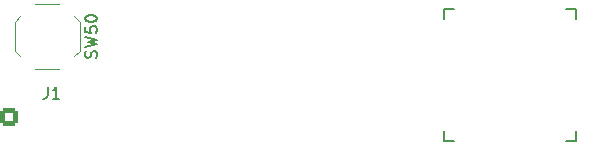
<source format=gto>
G04 #@! TF.GenerationSoftware,KiCad,Pcbnew,(6.0.1)*
G04 #@! TF.CreationDate,2022-02-08T20:19:43+09:00*
G04 #@! TF.ProjectId,PCB_design_try,5043425f-6465-4736-9967-6e5f7472792e,rev?*
G04 #@! TF.SameCoordinates,Original*
G04 #@! TF.FileFunction,Legend,Top*
G04 #@! TF.FilePolarity,Positive*
%FSLAX46Y46*%
G04 Gerber Fmt 4.6, Leading zero omitted, Abs format (unit mm)*
G04 Created by KiCad (PCBNEW (6.0.1)) date 2022-02-08 20:19:43*
%MOMM*%
%LPD*%
G01*
G04 APERTURE LIST*
G04 Aperture macros list*
%AMRoundRect*
0 Rectangle with rounded corners*
0 $1 Rounding radius*
0 $2 $3 $4 $5 $6 $7 $8 $9 X,Y pos of 4 corners*
0 Add a 4 corners polygon primitive as box body*
4,1,4,$2,$3,$4,$5,$6,$7,$8,$9,$2,$3,0*
0 Add four circle primitives for the rounded corners*
1,1,$1+$1,$2,$3*
1,1,$1+$1,$4,$5*
1,1,$1+$1,$6,$7*
1,1,$1+$1,$8,$9*
0 Add four rect primitives between the rounded corners*
20,1,$1+$1,$2,$3,$4,$5,0*
20,1,$1+$1,$4,$5,$6,$7,0*
20,1,$1+$1,$6,$7,$8,$9,0*
20,1,$1+$1,$8,$9,$2,$3,0*%
G04 Aperture macros list end*
%ADD10C,0.150000*%
%ADD11C,0.120000*%
%ADD12C,3.000000*%
%ADD13C,3.987800*%
%ADD14C,1.750000*%
%ADD15C,3.048000*%
%ADD16C,0.650000*%
%ADD17O,0.900000X1.700000*%
%ADD18O,0.900000X2.400000*%
%ADD19R,1.000000X1.700000*%
%ADD20RoundRect,0.250000X-0.550000X-0.550000X0.550000X-0.550000X0.550000X0.550000X-0.550000X0.550000X0*%
%ADD21C,1.600000*%
%ADD22C,2.000000*%
%ADD23R,2.500000X3.200000*%
G04 APERTURE END LIST*
D10*
X238421011Y-25553273D02*
X238468630Y-25410416D01*
X238468630Y-25172321D01*
X238421011Y-25077083D01*
X238373392Y-25029464D01*
X238278154Y-24981845D01*
X238182916Y-24981845D01*
X238087678Y-25029464D01*
X238040059Y-25077083D01*
X237992440Y-25172321D01*
X237944821Y-25362797D01*
X237897202Y-25458035D01*
X237849583Y-25505654D01*
X237754345Y-25553273D01*
X237659107Y-25553273D01*
X237563869Y-25505654D01*
X237516250Y-25458035D01*
X237468630Y-25362797D01*
X237468630Y-25124702D01*
X237516250Y-24981845D01*
X237468630Y-24648511D02*
X238468630Y-24410416D01*
X237754345Y-24219940D01*
X238468630Y-24029464D01*
X237468630Y-23791369D01*
X237468630Y-22934226D02*
X237468630Y-23410416D01*
X237944821Y-23458035D01*
X237897202Y-23410416D01*
X237849583Y-23315178D01*
X237849583Y-23077083D01*
X237897202Y-22981845D01*
X237944821Y-22934226D01*
X238040059Y-22886607D01*
X238278154Y-22886607D01*
X238373392Y-22934226D01*
X238421011Y-22981845D01*
X238468630Y-23077083D01*
X238468630Y-23315178D01*
X238421011Y-23410416D01*
X238373392Y-23458035D01*
X237468630Y-22267559D02*
X237468630Y-22172321D01*
X237516250Y-22077083D01*
X237563869Y-22029464D01*
X237659107Y-21981845D01*
X237849583Y-21934226D01*
X238087678Y-21934226D01*
X238278154Y-21981845D01*
X238373392Y-22029464D01*
X238421011Y-22077083D01*
X238468630Y-22172321D01*
X238468630Y-22267559D01*
X238421011Y-22362797D01*
X238373392Y-22410416D01*
X238278154Y-22458035D01*
X238087678Y-22505654D01*
X237849583Y-22505654D01*
X237659107Y-22458035D01*
X237563869Y-22410416D01*
X237516250Y-22362797D01*
X237468630Y-22267559D01*
X234292916Y-28006130D02*
X234292916Y-28720416D01*
X234245297Y-28863273D01*
X234150059Y-28958511D01*
X234007202Y-29006130D01*
X233911964Y-29006130D01*
X235292916Y-29006130D02*
X234721488Y-29006130D01*
X235007202Y-29006130D02*
X235007202Y-28006130D01*
X234911964Y-28148988D01*
X234816726Y-28244226D01*
X234721488Y-28291845D01*
D11*
X231966250Y-22043750D02*
X231516250Y-22493750D01*
X231516250Y-22493750D02*
X231516250Y-24993750D01*
X231966250Y-25443750D02*
X231516250Y-24993750D01*
X235266250Y-26493750D02*
X233266250Y-26493750D01*
X235266250Y-20993750D02*
X233266250Y-20993750D01*
X236566250Y-22043750D02*
X237016250Y-22493750D01*
X237016250Y-22493750D02*
X237016250Y-24993750D01*
X236566250Y-25443750D02*
X237016250Y-24993750D01*
D10*
X279002500Y-32570000D02*
X279002500Y-31776250D01*
X278208750Y-32570000D02*
X279002500Y-32570000D01*
X267890000Y-32570000D02*
X268683750Y-32570000D01*
X267890000Y-31776250D02*
X267890000Y-32570000D01*
X279002500Y-21457500D02*
X278208750Y-21457500D01*
X279002500Y-22251250D02*
X279002500Y-21457500D01*
X267890000Y-21457500D02*
X268683750Y-21457500D01*
X267890000Y-22251250D02*
X267890000Y-21457500D01*
%LPC*%
D12*
X112215000Y-78228750D03*
D13*
X109675000Y-83308750D03*
D12*
X105865000Y-80768750D03*
D14*
X104595000Y-83308750D03*
X114755000Y-83308750D03*
D15*
X121613000Y-76323750D03*
X97737000Y-76323750D03*
D13*
X121613000Y-91563750D03*
X97737000Y-91563750D03*
D16*
X257375000Y-25456250D03*
X258225000Y-25456250D03*
X259075000Y-25456250D03*
X259925000Y-25456250D03*
X260775000Y-25456250D03*
X261625000Y-25456250D03*
X262475000Y-25456250D03*
X263325000Y-25456250D03*
X263330000Y-24131250D03*
X262480000Y-24131250D03*
X261630000Y-24131250D03*
X260780000Y-24131250D03*
X259930000Y-24131250D03*
X259080000Y-24131250D03*
X258230000Y-24131250D03*
X257375000Y-24131250D03*
D17*
X264675000Y-21096250D03*
D18*
X264675000Y-24476250D03*
X256025000Y-24476250D03*
D17*
X256025000Y-21096250D03*
D19*
X236166250Y-20593750D03*
X236166250Y-26893750D03*
X232366250Y-26893750D03*
X232366250Y-20593750D03*
D20*
X231026250Y-30553750D03*
D21*
X234626250Y-30553750D03*
X238226250Y-30553750D03*
D12*
X159840000Y-78228750D03*
D13*
X157300000Y-83308750D03*
D12*
X153490000Y-80768750D03*
D14*
X152220000Y-83308750D03*
X162380000Y-83308750D03*
D15*
X169238000Y-76323750D03*
X145362000Y-76323750D03*
D13*
X169238000Y-91563750D03*
X145362000Y-91563750D03*
D12*
X147933750Y-21078750D03*
D13*
X145393750Y-26158750D03*
D12*
X141583750Y-23618750D03*
D14*
X140313750Y-26158750D03*
X150473750Y-26158750D03*
D22*
X270946250Y-34513750D03*
X273446250Y-34513750D03*
X275946250Y-34513750D03*
D23*
X267846250Y-27013750D03*
X279046250Y-27013750D03*
D22*
X270946250Y-20013750D03*
X275946250Y-20013750D03*
D12*
X257471250Y-78263750D03*
D13*
X254931250Y-83343750D03*
D12*
X251121250Y-80803750D03*
D14*
X249851250Y-83343750D03*
X260011250Y-83343750D03*
D12*
X257471250Y-59178750D03*
D13*
X254931250Y-64258750D03*
D12*
X251121250Y-61718750D03*
D14*
X249851250Y-64258750D03*
X260011250Y-64258750D03*
X255248750Y-45208750D03*
X245088750Y-45208750D03*
D12*
X246358750Y-42668750D03*
D13*
X250168750Y-45208750D03*
D12*
X252708750Y-40128750D03*
X250327500Y-21078750D03*
D13*
X247787500Y-26158750D03*
D12*
X243977500Y-23618750D03*
D14*
X242707500Y-26158750D03*
X252867500Y-26158750D03*
D12*
X228896250Y-40128750D03*
D13*
X226356250Y-45208750D03*
D12*
X222546250Y-42668750D03*
D14*
X221276250Y-45208750D03*
X231436250Y-45208750D03*
D12*
X216990000Y-78228750D03*
D13*
X214450000Y-83308750D03*
D12*
X210640000Y-80768750D03*
D14*
X209370000Y-83308750D03*
X219530000Y-83308750D03*
D12*
X190796250Y-40128750D03*
D13*
X188256250Y-45208750D03*
D12*
X184446250Y-42668750D03*
D14*
X183176250Y-45208750D03*
X193336250Y-45208750D03*
D12*
X166983750Y-21078750D03*
D13*
X164443750Y-26158750D03*
D12*
X160633750Y-23618750D03*
D14*
X159363750Y-26158750D03*
X169523750Y-26158750D03*
D12*
X109833750Y-21078750D03*
D13*
X107293750Y-26158750D03*
D12*
X103483750Y-23618750D03*
D14*
X102213750Y-26158750D03*
X112373750Y-26158750D03*
D12*
X90783750Y-21078750D03*
D13*
X88243750Y-26158750D03*
D12*
X84433750Y-23618750D03*
D14*
X83163750Y-26158750D03*
X93323750Y-26158750D03*
D12*
X78740000Y-78263750D03*
D13*
X76200000Y-83343750D03*
D12*
X72390000Y-80803750D03*
D14*
X71120000Y-83343750D03*
X81280000Y-83343750D03*
D12*
X52546250Y-21113750D03*
D13*
X50006250Y-26193750D03*
D12*
X46196250Y-23653750D03*
D14*
X44926250Y-26193750D03*
X55086250Y-26193750D03*
D12*
X35877500Y-40163750D03*
D14*
X38417500Y-45243750D03*
D13*
X33337500Y-45243750D03*
D12*
X29527500Y-42703750D03*
D14*
X28257500Y-45243750D03*
X43180000Y-64293750D03*
X33020000Y-64293750D03*
D13*
X38100000Y-64293750D03*
D12*
X40640000Y-59213750D03*
X34290000Y-61753750D03*
D14*
X183811250Y-64258750D03*
D13*
X178731250Y-64258750D03*
D12*
X181271250Y-59178750D03*
X174921250Y-61718750D03*
D14*
X173651250Y-64258750D03*
D12*
X117771250Y-61718750D03*
D14*
X126661250Y-64258750D03*
D12*
X124121250Y-59178750D03*
D13*
X121581250Y-64258750D03*
D14*
X116501250Y-64258750D03*
X279061250Y-45243750D03*
D13*
X273981250Y-45243750D03*
D14*
X268901250Y-45243750D03*
D12*
X276521250Y-40163750D03*
X270171250Y-42703750D03*
X50958750Y-80803750D03*
D13*
X54768750Y-83343750D03*
D12*
X57308750Y-78263750D03*
D14*
X59848750Y-83343750D03*
X49688750Y-83343750D03*
X28257500Y-83343750D03*
D13*
X33337500Y-83343750D03*
D14*
X38417500Y-83343750D03*
D12*
X29527500Y-80803750D03*
X35877500Y-78263750D03*
D14*
X36036250Y-26193750D03*
D13*
X30956250Y-26193750D03*
D14*
X25876250Y-26193750D03*
D12*
X33496250Y-21113750D03*
X27146250Y-23653750D03*
X195558750Y-78228750D03*
D13*
X193018750Y-83308750D03*
D12*
X189208750Y-80768750D03*
D14*
X198098750Y-83308750D03*
X187938750Y-83308750D03*
D12*
X270171250Y-61718750D03*
D13*
X273981250Y-64258750D03*
D14*
X268901250Y-64258750D03*
X279061250Y-64258750D03*
D12*
X276521250Y-59178750D03*
D14*
X268901250Y-26193750D03*
X279061250Y-26193750D03*
D13*
X273981250Y-26193750D03*
D12*
X276521250Y-21113750D03*
X270171250Y-23653750D03*
X60483750Y-61753750D03*
X66833750Y-59213750D03*
D14*
X59213750Y-64293750D03*
D13*
X64293750Y-64293750D03*
D14*
X69373750Y-64293750D03*
D12*
X85883750Y-59213750D03*
D13*
X83343750Y-64293750D03*
D14*
X78263750Y-64293750D03*
X88423750Y-64293750D03*
D12*
X79533750Y-61753750D03*
D14*
X230801250Y-83308750D03*
D12*
X232071250Y-80768750D03*
D14*
X240961250Y-83308750D03*
D13*
X235881250Y-83308750D03*
D12*
X238421250Y-78228750D03*
X128883750Y-21078750D03*
D14*
X121263750Y-26158750D03*
X131423750Y-26158750D03*
D13*
X126343750Y-26158750D03*
D12*
X122533750Y-23618750D03*
X89196250Y-42668750D03*
D14*
X98086250Y-45208750D03*
D13*
X93006250Y-45208750D03*
D12*
X95546250Y-40128750D03*
D14*
X87926250Y-45208750D03*
X68738750Y-45243750D03*
D12*
X70008750Y-42703750D03*
D14*
X78898750Y-45243750D03*
D13*
X73818750Y-45243750D03*
D12*
X76358750Y-40163750D03*
X203496250Y-42668750D03*
X209846250Y-40128750D03*
D14*
X202226250Y-45208750D03*
D13*
X207306250Y-45208750D03*
D14*
X212386250Y-45208750D03*
D12*
X213021250Y-61718750D03*
D14*
X211751250Y-64258750D03*
D12*
X219371250Y-59178750D03*
D14*
X221911250Y-64258750D03*
D13*
X216831250Y-64258750D03*
D14*
X145711250Y-64258750D03*
D13*
X140631250Y-64258750D03*
D12*
X136821250Y-61718750D03*
D14*
X135551250Y-64258750D03*
D12*
X143171250Y-59178750D03*
D14*
X188573750Y-26158750D03*
X178413750Y-26158750D03*
D13*
X183493750Y-26158750D03*
D12*
X179683750Y-23618750D03*
X186033750Y-21078750D03*
D14*
X207623750Y-26158750D03*
D12*
X205083750Y-21078750D03*
D13*
X202543750Y-26158750D03*
D14*
X197463750Y-26158750D03*
D12*
X198733750Y-23618750D03*
X238421250Y-59178750D03*
D14*
X240961250Y-64258750D03*
D13*
X235881250Y-64258750D03*
D14*
X230801250Y-64258750D03*
D12*
X232071250Y-61718750D03*
D13*
X273981250Y-83343750D03*
D14*
X279061250Y-83343750D03*
D12*
X276521250Y-78263750D03*
X270171250Y-80803750D03*
D14*
X268901250Y-83343750D03*
D12*
X50958750Y-42703750D03*
D14*
X49688750Y-45243750D03*
X59848750Y-45243750D03*
D12*
X57308750Y-40163750D03*
D13*
X54768750Y-45243750D03*
D14*
X226673750Y-26158750D03*
D12*
X217783750Y-23618750D03*
X224133750Y-21078750D03*
D13*
X221593750Y-26158750D03*
D14*
X216513750Y-26158750D03*
X145076250Y-45208750D03*
D12*
X152696250Y-40128750D03*
D14*
X155236250Y-45208750D03*
D13*
X150156250Y-45208750D03*
D12*
X146346250Y-42668750D03*
X127296250Y-42668750D03*
D14*
X126026250Y-45208750D03*
D13*
X131106250Y-45208750D03*
D14*
X136186250Y-45208750D03*
D12*
X133646250Y-40128750D03*
D13*
X197781250Y-64258750D03*
D14*
X192701250Y-64258750D03*
X202861250Y-64258750D03*
D12*
X193971250Y-61718750D03*
X200321250Y-59178750D03*
D14*
X164126250Y-45208750D03*
D13*
X169206250Y-45208750D03*
D12*
X171746250Y-40128750D03*
X165396250Y-42668750D03*
D14*
X174286250Y-45208750D03*
X74136250Y-26193750D03*
D12*
X65246250Y-23653750D03*
D13*
X69056250Y-26193750D03*
D12*
X71596250Y-21113750D03*
D14*
X63976250Y-26193750D03*
D12*
X105071250Y-59178750D03*
X98721250Y-61718750D03*
D14*
X107611250Y-64258750D03*
X97451250Y-64258750D03*
D13*
X102531250Y-64258750D03*
D12*
X108246250Y-42668750D03*
D13*
X112056250Y-45208750D03*
D14*
X117136250Y-45208750D03*
D12*
X114596250Y-40128750D03*
D14*
X106976250Y-45208750D03*
D13*
X159681250Y-64258750D03*
D12*
X155871250Y-61718750D03*
X162221250Y-59178750D03*
D14*
X154601250Y-64258750D03*
X164761250Y-64258750D03*
M02*

</source>
